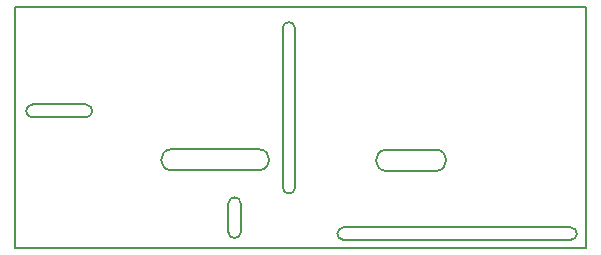
<source format=gbr>
G04 #@! TF.GenerationSoftware,KiCad,Pcbnew,(5.0.2)-1*
G04 #@! TF.CreationDate,2019-05-25T20:07:42+08:00*
G04 #@! TF.ProjectId,1RELAY,3152454c-4159-42e6-9b69-6361645f7063,rev?*
G04 #@! TF.SameCoordinates,Original*
G04 #@! TF.FileFunction,Profile,NP*
%FSLAX46Y46*%
G04 Gerber Fmt 4.6, Leading zero omitted, Abs format (unit mm)*
G04 Created by KiCad (PCBNEW (5.0.2)-1) date 2019-05-25 20:07:42*
%MOMM*%
%LPD*%
G01*
G04 APERTURE LIST*
%ADD10C,0.200000*%
%ADD11C,0.150000*%
G04 APERTURE END LIST*
D10*
X158244540Y-119199660D02*
G75*
G02X158257911Y-118148529I23531J525351D01*
G01*
X158264860Y-118148100D02*
X177505360Y-118148100D01*
X158234380Y-119199660D02*
X177502820Y-119197120D01*
X177511111Y-118145989D02*
G75*
G02X177497740Y-119197120I-23531J-525351D01*
G01*
X136476740Y-107735851D02*
G75*
G02X136422942Y-108833920I-42947J-548248D01*
G01*
X148509149Y-116105269D02*
G75*
G02X149560280Y-116118640I525351J-23531D01*
G01*
X154159791Y-114775651D02*
G75*
G02X153108660Y-114762280I-525351J23531D01*
G01*
X149557740Y-118549420D02*
X149560280Y-116095780D01*
X148506180Y-118536720D02*
X148506180Y-116095780D01*
X161861521Y-113364746D02*
G75*
G02X161825940Y-111574580I35540J896143D01*
G01*
X166095659Y-111567494D02*
G75*
G02X166131240Y-113357660I-35540J-896143D01*
G01*
X161843720Y-113360200D02*
X166161720Y-113355120D01*
X161836100Y-111569500D02*
X166105840Y-111569500D01*
X151107119Y-111524314D02*
G75*
G02X151142700Y-113314480I-35540J-896143D01*
G01*
X143675121Y-113316486D02*
G75*
G02X143639540Y-111526320I35540J896143D01*
G01*
X143637000Y-113314480D02*
X151127460Y-113314480D01*
X143642080Y-111526320D02*
X151132540Y-111526320D01*
X153110160Y-101271603D02*
G75*
G02X154162760Y-101254560I526820J-23597D01*
G01*
X149559851Y-118555171D02*
G75*
G02X148508720Y-118541800I-525351J23531D01*
G01*
X154162760Y-114762280D02*
X154162760Y-101264720D01*
X153108660Y-101262180D02*
X153108660Y-114769900D01*
X131892731Y-108830198D02*
G75*
G02X131958080Y-107744260I42489J542378D01*
G01*
X131914900Y-108833920D02*
X136436100Y-108833920D01*
X131922520Y-107739180D02*
X136471660Y-107739180D01*
D11*
X178767740Y-119893080D02*
X178767740Y-99504500D01*
X178765200Y-99504500D02*
X130462020Y-99504500D01*
X178767740Y-119893080D02*
X130462020Y-119895620D01*
X130462020Y-119895620D02*
X130462020Y-99504500D01*
M02*

</source>
